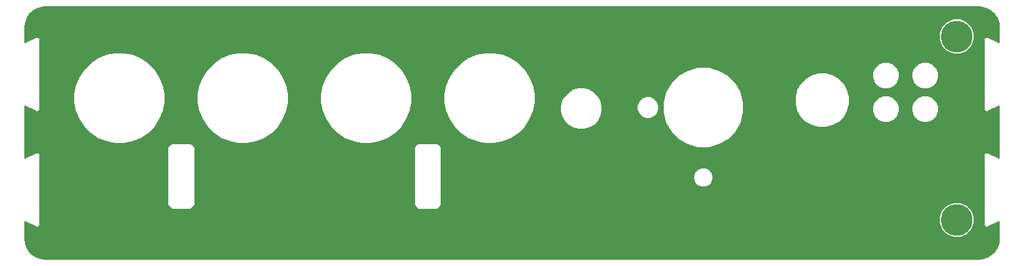
<source format=gbr>
G04 EAGLE Gerber RS-274X export*
G75*
%MOMM*%
%FSLAX34Y34*%
%LPD*%
%INBottom Copper*%
%IPPOS*%
%AMOC8*
5,1,8,0,0,1.08239X$1,22.5*%
G01*
%ADD10C,4.316000*%

G36*
X1300022Y2543D02*
X1300022Y2543D01*
X1300100Y2545D01*
X1304197Y2867D01*
X1304264Y2881D01*
X1304333Y2885D01*
X1304489Y2925D01*
X1312282Y5457D01*
X1312390Y5508D01*
X1312500Y5551D01*
X1312551Y5584D01*
X1312570Y5593D01*
X1312586Y5606D01*
X1312636Y5638D01*
X1319265Y10454D01*
X1319352Y10535D01*
X1319443Y10611D01*
X1319482Y10658D01*
X1319497Y10672D01*
X1319508Y10689D01*
X1319546Y10735D01*
X1324362Y17364D01*
X1324420Y17468D01*
X1324483Y17568D01*
X1324506Y17625D01*
X1324516Y17643D01*
X1324521Y17662D01*
X1324543Y17718D01*
X1327075Y25511D01*
X1327088Y25579D01*
X1327110Y25644D01*
X1327133Y25803D01*
X1327455Y29900D01*
X1327454Y29922D01*
X1327459Y30000D01*
X1327459Y53835D01*
X1327447Y53929D01*
X1327445Y54024D01*
X1327428Y54086D01*
X1327419Y54151D01*
X1327385Y54239D01*
X1327359Y54330D01*
X1327326Y54386D01*
X1327302Y54447D01*
X1327247Y54523D01*
X1327199Y54605D01*
X1327154Y54651D01*
X1327116Y54704D01*
X1327043Y54764D01*
X1326976Y54832D01*
X1326921Y54865D01*
X1326871Y54907D01*
X1326785Y54947D01*
X1326704Y54996D01*
X1326642Y55015D01*
X1326583Y55042D01*
X1326490Y55060D01*
X1326399Y55087D01*
X1326334Y55090D01*
X1326271Y55102D01*
X1326176Y55096D01*
X1326082Y55100D01*
X1326018Y55086D01*
X1325953Y55082D01*
X1325863Y55053D01*
X1325771Y55033D01*
X1325668Y54990D01*
X1325651Y54984D01*
X1325642Y54979D01*
X1325622Y54971D01*
X1311689Y48004D01*
X1311587Y47935D01*
X1311480Y47873D01*
X1311441Y47838D01*
X1311425Y47827D01*
X1311411Y47811D01*
X1311359Y47766D01*
X1311052Y47459D01*
X1310899Y47459D01*
X1310845Y47452D01*
X1310791Y47455D01*
X1310688Y47433D01*
X1310584Y47419D01*
X1310533Y47399D01*
X1310480Y47388D01*
X1310332Y47325D01*
X1310195Y47257D01*
X1309783Y47394D01*
X1309662Y47418D01*
X1309542Y47449D01*
X1309490Y47452D01*
X1309471Y47456D01*
X1309450Y47455D01*
X1309382Y47459D01*
X1308948Y47459D01*
X1308839Y47567D01*
X1308796Y47601D01*
X1308759Y47641D01*
X1308671Y47698D01*
X1308588Y47762D01*
X1308538Y47784D01*
X1308492Y47814D01*
X1308343Y47874D01*
X1308198Y47922D01*
X1308004Y48311D01*
X1307935Y48413D01*
X1307873Y48520D01*
X1307838Y48559D01*
X1307827Y48575D01*
X1307811Y48589D01*
X1307766Y48641D01*
X1307459Y48948D01*
X1307459Y49101D01*
X1307452Y49155D01*
X1307455Y49209D01*
X1307433Y49312D01*
X1307419Y49416D01*
X1307399Y49467D01*
X1307388Y49520D01*
X1307325Y49668D01*
X1307257Y49805D01*
X1307394Y50217D01*
X1307418Y50338D01*
X1307449Y50458D01*
X1307452Y50510D01*
X1307456Y50529D01*
X1307455Y50550D01*
X1307459Y50618D01*
X1307459Y144382D01*
X1307444Y144504D01*
X1307435Y144627D01*
X1307422Y144678D01*
X1307419Y144697D01*
X1307412Y144717D01*
X1307394Y144783D01*
X1307257Y145195D01*
X1307325Y145332D01*
X1307343Y145383D01*
X1307370Y145431D01*
X1307396Y145533D01*
X1307431Y145632D01*
X1307435Y145686D01*
X1307449Y145739D01*
X1307459Y145899D01*
X1307459Y146052D01*
X1307766Y146359D01*
X1307842Y146457D01*
X1307923Y146550D01*
X1307949Y146596D01*
X1307961Y146611D01*
X1307970Y146630D01*
X1308004Y146689D01*
X1308198Y147078D01*
X1308343Y147126D01*
X1308392Y147150D01*
X1308445Y147165D01*
X1308535Y147218D01*
X1308630Y147264D01*
X1308672Y147298D01*
X1308719Y147326D01*
X1308839Y147433D01*
X1308948Y147541D01*
X1309382Y147541D01*
X1309504Y147556D01*
X1309627Y147565D01*
X1309678Y147578D01*
X1309697Y147581D01*
X1309717Y147588D01*
X1309783Y147606D01*
X1310195Y147743D01*
X1310332Y147675D01*
X1310383Y147657D01*
X1310431Y147630D01*
X1310533Y147604D01*
X1310632Y147569D01*
X1310686Y147565D01*
X1310739Y147551D01*
X1310899Y147541D01*
X1311052Y147541D01*
X1311359Y147234D01*
X1311457Y147158D01*
X1311550Y147077D01*
X1311596Y147051D01*
X1311611Y147039D01*
X1311630Y147030D01*
X1311689Y146996D01*
X1325622Y140029D01*
X1325712Y139998D01*
X1325797Y139958D01*
X1325861Y139946D01*
X1325922Y139924D01*
X1326017Y139916D01*
X1326110Y139898D01*
X1326174Y139902D01*
X1326239Y139896D01*
X1326333Y139912D01*
X1326427Y139918D01*
X1326489Y139938D01*
X1326553Y139948D01*
X1326640Y139987D01*
X1326729Y140016D01*
X1326784Y140051D01*
X1326844Y140077D01*
X1326918Y140135D01*
X1326998Y140186D01*
X1327043Y140233D01*
X1327094Y140274D01*
X1327151Y140349D01*
X1327216Y140418D01*
X1327247Y140474D01*
X1327287Y140526D01*
X1327324Y140613D01*
X1327370Y140696D01*
X1327386Y140759D01*
X1327411Y140819D01*
X1327425Y140913D01*
X1327449Y141004D01*
X1327456Y141115D01*
X1327459Y141133D01*
X1327458Y141143D01*
X1327459Y141165D01*
X1327459Y211335D01*
X1327447Y211429D01*
X1327445Y211524D01*
X1327428Y211586D01*
X1327419Y211651D01*
X1327385Y211739D01*
X1327359Y211830D01*
X1327326Y211886D01*
X1327302Y211947D01*
X1327247Y212023D01*
X1327199Y212105D01*
X1327154Y212151D01*
X1327116Y212204D01*
X1327043Y212264D01*
X1326976Y212332D01*
X1326921Y212365D01*
X1326871Y212407D01*
X1326785Y212447D01*
X1326704Y212496D01*
X1326642Y212515D01*
X1326583Y212542D01*
X1326490Y212560D01*
X1326399Y212587D01*
X1326334Y212590D01*
X1326271Y212602D01*
X1326176Y212596D01*
X1326082Y212600D01*
X1326018Y212586D01*
X1325953Y212582D01*
X1325863Y212553D01*
X1325771Y212533D01*
X1325668Y212490D01*
X1325651Y212484D01*
X1325642Y212479D01*
X1325622Y212471D01*
X1311689Y205504D01*
X1311630Y205465D01*
X1311628Y205464D01*
X1311619Y205457D01*
X1311587Y205435D01*
X1311480Y205373D01*
X1311441Y205338D01*
X1311425Y205327D01*
X1311411Y205311D01*
X1311374Y205279D01*
X1311371Y205277D01*
X1311370Y205275D01*
X1311359Y205266D01*
X1311052Y204959D01*
X1310899Y204959D01*
X1310845Y204952D01*
X1310791Y204955D01*
X1310688Y204933D01*
X1310584Y204919D01*
X1310533Y204899D01*
X1310480Y204888D01*
X1310332Y204825D01*
X1310195Y204757D01*
X1309783Y204894D01*
X1309662Y204918D01*
X1309542Y204949D01*
X1309490Y204952D01*
X1309471Y204956D01*
X1309450Y204955D01*
X1309382Y204959D01*
X1308948Y204959D01*
X1308839Y205067D01*
X1308796Y205101D01*
X1308759Y205141D01*
X1308671Y205198D01*
X1308588Y205262D01*
X1308538Y205284D01*
X1308492Y205314D01*
X1308343Y205374D01*
X1308198Y205422D01*
X1308004Y205811D01*
X1307935Y205913D01*
X1307873Y206020D01*
X1307838Y206059D01*
X1307827Y206075D01*
X1307811Y206089D01*
X1307766Y206141D01*
X1307459Y206448D01*
X1307459Y206601D01*
X1307452Y206655D01*
X1307455Y206709D01*
X1307433Y206812D01*
X1307419Y206916D01*
X1307399Y206967D01*
X1307388Y207020D01*
X1307325Y207168D01*
X1307257Y207305D01*
X1307394Y207717D01*
X1307418Y207838D01*
X1307449Y207958D01*
X1307452Y208010D01*
X1307456Y208029D01*
X1307455Y208050D01*
X1307459Y208118D01*
X1307459Y301882D01*
X1307444Y302004D01*
X1307435Y302127D01*
X1307422Y302178D01*
X1307419Y302197D01*
X1307412Y302217D01*
X1307394Y302283D01*
X1307257Y302695D01*
X1307325Y302832D01*
X1307343Y302883D01*
X1307370Y302931D01*
X1307396Y303033D01*
X1307431Y303132D01*
X1307435Y303186D01*
X1307449Y303239D01*
X1307459Y303399D01*
X1307459Y303552D01*
X1307766Y303859D01*
X1307842Y303957D01*
X1307923Y304050D01*
X1307949Y304096D01*
X1307961Y304111D01*
X1307970Y304130D01*
X1308004Y304189D01*
X1308198Y304578D01*
X1308343Y304626D01*
X1308392Y304649D01*
X1308445Y304665D01*
X1308535Y304718D01*
X1308630Y304763D01*
X1308672Y304798D01*
X1308719Y304826D01*
X1308839Y304933D01*
X1308948Y305041D01*
X1309382Y305041D01*
X1309504Y305056D01*
X1309627Y305065D01*
X1309678Y305078D01*
X1309697Y305081D01*
X1309717Y305088D01*
X1309783Y305106D01*
X1310195Y305243D01*
X1310332Y305175D01*
X1310383Y305157D01*
X1310431Y305130D01*
X1310533Y305104D01*
X1310632Y305069D01*
X1310686Y305065D01*
X1310739Y305051D01*
X1310899Y305041D01*
X1311052Y305041D01*
X1311359Y304734D01*
X1311457Y304658D01*
X1311550Y304577D01*
X1311596Y304551D01*
X1311611Y304539D01*
X1311630Y304530D01*
X1311689Y304496D01*
X1325622Y297529D01*
X1325712Y297498D01*
X1325797Y297458D01*
X1325861Y297446D01*
X1325922Y297424D01*
X1326017Y297416D01*
X1326110Y297398D01*
X1326174Y297402D01*
X1326239Y297396D01*
X1326333Y297412D01*
X1326427Y297418D01*
X1326489Y297438D01*
X1326553Y297448D01*
X1326640Y297487D01*
X1326729Y297516D01*
X1326784Y297551D01*
X1326844Y297577D01*
X1326918Y297635D01*
X1326998Y297686D01*
X1327043Y297733D01*
X1327094Y297774D01*
X1327151Y297849D01*
X1327216Y297918D01*
X1327247Y297974D01*
X1327287Y298026D01*
X1327324Y298113D01*
X1327370Y298196D01*
X1327386Y298259D01*
X1327411Y298319D01*
X1327425Y298413D01*
X1327449Y298504D01*
X1327456Y298615D01*
X1327459Y298633D01*
X1327458Y298643D01*
X1327459Y298665D01*
X1327459Y320000D01*
X1327457Y320022D01*
X1327455Y320100D01*
X1327133Y324197D01*
X1327119Y324264D01*
X1327115Y324333D01*
X1327075Y324489D01*
X1324543Y332282D01*
X1324492Y332390D01*
X1324449Y332500D01*
X1324416Y332551D01*
X1324407Y332570D01*
X1324394Y332586D01*
X1324362Y332636D01*
X1319546Y339265D01*
X1319465Y339352D01*
X1319389Y339443D01*
X1319342Y339482D01*
X1319328Y339497D01*
X1319311Y339508D01*
X1319265Y339546D01*
X1312636Y344362D01*
X1312532Y344420D01*
X1312432Y344483D01*
X1312375Y344506D01*
X1312357Y344516D01*
X1312338Y344521D01*
X1312282Y344543D01*
X1304489Y347075D01*
X1304421Y347088D01*
X1304356Y347110D01*
X1304197Y347133D01*
X1300100Y347455D01*
X1300078Y347454D01*
X1300000Y347459D01*
X30000Y347459D01*
X29978Y347457D01*
X29900Y347455D01*
X25803Y347133D01*
X25736Y347119D01*
X25667Y347115D01*
X25511Y347075D01*
X17718Y344543D01*
X17610Y344492D01*
X17500Y344449D01*
X17449Y344416D01*
X17430Y344407D01*
X17414Y344394D01*
X17364Y344362D01*
X10735Y339546D01*
X10648Y339465D01*
X10557Y339389D01*
X10518Y339342D01*
X10503Y339328D01*
X10492Y339311D01*
X10454Y339265D01*
X5638Y332636D01*
X5580Y332532D01*
X5517Y332432D01*
X5494Y332375D01*
X5484Y332357D01*
X5479Y332338D01*
X5457Y332282D01*
X2925Y324489D01*
X2912Y324421D01*
X2890Y324356D01*
X2867Y324197D01*
X2545Y320100D01*
X2546Y320078D01*
X2541Y320000D01*
X2541Y298665D01*
X2553Y298571D01*
X2555Y298476D01*
X2572Y298414D01*
X2581Y298349D01*
X2615Y298261D01*
X2641Y298170D01*
X2674Y298114D01*
X2698Y298053D01*
X2753Y297977D01*
X2801Y297895D01*
X2846Y297849D01*
X2884Y297796D01*
X2957Y297736D01*
X3024Y297668D01*
X3079Y297635D01*
X3129Y297593D01*
X3215Y297553D01*
X3296Y297504D01*
X3358Y297485D01*
X3417Y297458D01*
X3510Y297440D01*
X3601Y297413D01*
X3666Y297410D01*
X3729Y297398D01*
X3824Y297404D01*
X3918Y297400D01*
X3982Y297414D01*
X4047Y297418D01*
X4137Y297447D01*
X4229Y297467D01*
X4332Y297510D01*
X4349Y297516D01*
X4358Y297521D01*
X4378Y297529D01*
X18311Y304496D01*
X18413Y304565D01*
X18520Y304627D01*
X18559Y304662D01*
X18575Y304673D01*
X18589Y304689D01*
X18641Y304734D01*
X18948Y305041D01*
X19101Y305041D01*
X19155Y305048D01*
X19209Y305045D01*
X19312Y305067D01*
X19416Y305081D01*
X19467Y305101D01*
X19520Y305112D01*
X19668Y305175D01*
X19805Y305243D01*
X20217Y305106D01*
X20338Y305082D01*
X20458Y305051D01*
X20510Y305048D01*
X20529Y305044D01*
X20550Y305045D01*
X20618Y305041D01*
X21052Y305041D01*
X21161Y304933D01*
X21204Y304899D01*
X21241Y304859D01*
X21329Y304802D01*
X21412Y304738D01*
X21462Y304716D01*
X21508Y304686D01*
X21657Y304626D01*
X21802Y304578D01*
X21996Y304189D01*
X22065Y304087D01*
X22127Y303980D01*
X22162Y303941D01*
X22173Y303925D01*
X22189Y303911D01*
X22234Y303859D01*
X22541Y303552D01*
X22541Y303399D01*
X22548Y303345D01*
X22545Y303291D01*
X22567Y303188D01*
X22581Y303084D01*
X22601Y303033D01*
X22612Y302980D01*
X22675Y302832D01*
X22743Y302695D01*
X22606Y302283D01*
X22582Y302162D01*
X22551Y302042D01*
X22548Y301990D01*
X22544Y301971D01*
X22545Y301950D01*
X22541Y301882D01*
X22541Y208118D01*
X22556Y207996D01*
X22565Y207873D01*
X22578Y207822D01*
X22581Y207803D01*
X22588Y207783D01*
X22606Y207717D01*
X22743Y207305D01*
X22675Y207168D01*
X22657Y207117D01*
X22630Y207069D01*
X22604Y206967D01*
X22569Y206868D01*
X22565Y206814D01*
X22551Y206761D01*
X22541Y206601D01*
X22541Y206448D01*
X22234Y206141D01*
X22158Y206043D01*
X22077Y205950D01*
X22051Y205904D01*
X22039Y205889D01*
X22030Y205870D01*
X21996Y205811D01*
X21802Y205422D01*
X21657Y205374D01*
X21608Y205351D01*
X21555Y205335D01*
X21465Y205282D01*
X21370Y205237D01*
X21328Y205202D01*
X21281Y205174D01*
X21161Y205067D01*
X21052Y204959D01*
X20618Y204959D01*
X20496Y204944D01*
X20373Y204935D01*
X20322Y204922D01*
X20303Y204919D01*
X20283Y204912D01*
X20217Y204894D01*
X19805Y204757D01*
X19668Y204825D01*
X19617Y204843D01*
X19569Y204870D01*
X19467Y204896D01*
X19368Y204931D01*
X19314Y204935D01*
X19261Y204949D01*
X19101Y204959D01*
X18948Y204959D01*
X18641Y205266D01*
X18556Y205332D01*
X18507Y205378D01*
X18493Y205386D01*
X18450Y205423D01*
X18404Y205449D01*
X18389Y205461D01*
X18370Y205470D01*
X18311Y205504D01*
X4378Y212471D01*
X4288Y212502D01*
X4203Y212542D01*
X4139Y212554D01*
X4078Y212576D01*
X3983Y212584D01*
X3890Y212602D01*
X3826Y212598D01*
X3761Y212604D01*
X3667Y212588D01*
X3573Y212582D01*
X3511Y212562D01*
X3447Y212552D01*
X3360Y212513D01*
X3271Y212484D01*
X3216Y212449D01*
X3156Y212423D01*
X3082Y212365D01*
X3002Y212314D01*
X2957Y212267D01*
X2906Y212226D01*
X2849Y212151D01*
X2784Y212082D01*
X2753Y212026D01*
X2713Y211974D01*
X2676Y211886D01*
X2630Y211804D01*
X2614Y211741D01*
X2589Y211681D01*
X2575Y211587D01*
X2551Y211496D01*
X2544Y211385D01*
X2541Y211367D01*
X2542Y211357D01*
X2541Y211335D01*
X2541Y141165D01*
X2553Y141071D01*
X2555Y140976D01*
X2572Y140914D01*
X2581Y140849D01*
X2615Y140761D01*
X2641Y140670D01*
X2674Y140614D01*
X2698Y140553D01*
X2753Y140477D01*
X2801Y140395D01*
X2846Y140349D01*
X2884Y140296D01*
X2957Y140236D01*
X3024Y140168D01*
X3079Y140135D01*
X3129Y140093D01*
X3215Y140053D01*
X3296Y140004D01*
X3358Y139985D01*
X3417Y139958D01*
X3510Y139940D01*
X3601Y139913D01*
X3666Y139910D01*
X3729Y139898D01*
X3824Y139904D01*
X3918Y139900D01*
X3982Y139914D01*
X4047Y139918D01*
X4137Y139947D01*
X4229Y139967D01*
X4332Y140010D01*
X4349Y140016D01*
X4358Y140021D01*
X4378Y140029D01*
X18311Y146996D01*
X18413Y147065D01*
X18520Y147127D01*
X18559Y147162D01*
X18575Y147173D01*
X18589Y147189D01*
X18641Y147234D01*
X18948Y147541D01*
X19101Y147541D01*
X19155Y147548D01*
X19209Y147545D01*
X19312Y147567D01*
X19416Y147581D01*
X19467Y147601D01*
X19520Y147612D01*
X19668Y147675D01*
X19805Y147743D01*
X20217Y147606D01*
X20338Y147582D01*
X20458Y147551D01*
X20510Y147548D01*
X20529Y147544D01*
X20550Y147545D01*
X20618Y147541D01*
X21052Y147541D01*
X21161Y147433D01*
X21204Y147399D01*
X21241Y147359D01*
X21329Y147302D01*
X21412Y147238D01*
X21462Y147216D01*
X21508Y147186D01*
X21657Y147126D01*
X21802Y147078D01*
X21996Y146689D01*
X22065Y146587D01*
X22127Y146480D01*
X22162Y146441D01*
X22173Y146425D01*
X22189Y146411D01*
X22234Y146359D01*
X22541Y146052D01*
X22541Y145899D01*
X22548Y145845D01*
X22545Y145791D01*
X22567Y145688D01*
X22581Y145584D01*
X22601Y145533D01*
X22612Y145480D01*
X22675Y145332D01*
X22743Y145195D01*
X22606Y144783D01*
X22582Y144662D01*
X22551Y144542D01*
X22548Y144490D01*
X22544Y144471D01*
X22545Y144450D01*
X22541Y144382D01*
X22541Y50618D01*
X22556Y50496D01*
X22565Y50373D01*
X22578Y50322D01*
X22581Y50303D01*
X22588Y50283D01*
X22606Y50217D01*
X22743Y49805D01*
X22675Y49668D01*
X22657Y49617D01*
X22630Y49569D01*
X22604Y49468D01*
X22569Y49368D01*
X22565Y49314D01*
X22551Y49261D01*
X22541Y49101D01*
X22541Y48948D01*
X22234Y48641D01*
X22158Y48543D01*
X22077Y48450D01*
X22050Y48404D01*
X22039Y48389D01*
X22030Y48370D01*
X21996Y48311D01*
X21802Y47922D01*
X21657Y47874D01*
X21608Y47851D01*
X21555Y47835D01*
X21465Y47782D01*
X21370Y47737D01*
X21328Y47702D01*
X21281Y47674D01*
X21161Y47567D01*
X21052Y47459D01*
X20618Y47459D01*
X20496Y47444D01*
X20373Y47435D01*
X20322Y47422D01*
X20303Y47419D01*
X20283Y47412D01*
X20217Y47394D01*
X19805Y47257D01*
X19668Y47325D01*
X19617Y47343D01*
X19569Y47370D01*
X19468Y47396D01*
X19368Y47431D01*
X19314Y47435D01*
X19261Y47449D01*
X19101Y47459D01*
X18948Y47459D01*
X18641Y47766D01*
X18543Y47842D01*
X18450Y47923D01*
X18404Y47949D01*
X18389Y47961D01*
X18370Y47970D01*
X18311Y48004D01*
X4378Y54971D01*
X4288Y55002D01*
X4203Y55042D01*
X4139Y55054D01*
X4078Y55076D01*
X3983Y55084D01*
X3890Y55102D01*
X3826Y55098D01*
X3761Y55104D01*
X3667Y55088D01*
X3573Y55082D01*
X3511Y55062D01*
X3447Y55052D01*
X3360Y55013D01*
X3271Y54984D01*
X3216Y54949D01*
X3156Y54923D01*
X3082Y54865D01*
X3002Y54814D01*
X2957Y54767D01*
X2906Y54726D01*
X2849Y54651D01*
X2784Y54582D01*
X2753Y54526D01*
X2713Y54474D01*
X2676Y54387D01*
X2630Y54304D01*
X2614Y54241D01*
X2589Y54181D01*
X2575Y54087D01*
X2551Y53996D01*
X2544Y53885D01*
X2541Y53867D01*
X2542Y53857D01*
X2541Y53835D01*
X2541Y30000D01*
X2543Y29978D01*
X2545Y29900D01*
X2867Y25803D01*
X2881Y25736D01*
X2885Y25667D01*
X2925Y25511D01*
X5457Y17718D01*
X5508Y17610D01*
X5551Y17500D01*
X5584Y17449D01*
X5593Y17430D01*
X5606Y17414D01*
X5638Y17364D01*
X10454Y10735D01*
X10535Y10648D01*
X10611Y10557D01*
X10658Y10518D01*
X10672Y10503D01*
X10689Y10492D01*
X10735Y10454D01*
X10810Y10399D01*
X17364Y5638D01*
X17468Y5580D01*
X17568Y5517D01*
X17625Y5494D01*
X17643Y5484D01*
X17662Y5479D01*
X17718Y5457D01*
X25511Y2925D01*
X25579Y2912D01*
X25644Y2890D01*
X25803Y2867D01*
X29900Y2545D01*
X29922Y2546D01*
X30000Y2541D01*
X1300000Y2541D01*
X1300022Y2543D01*
G37*
%LPC*%
G36*
X628508Y161759D02*
X628508Y161759D01*
X616715Y164105D01*
X605606Y168706D01*
X595609Y175387D01*
X587107Y183889D01*
X580426Y193886D01*
X575825Y204995D01*
X573479Y216788D01*
X573479Y228812D01*
X575825Y240605D01*
X580426Y251714D01*
X587107Y261711D01*
X595609Y270213D01*
X605606Y276894D01*
X616715Y281495D01*
X628508Y283841D01*
X640532Y283841D01*
X652325Y281495D01*
X663434Y276894D01*
X673431Y270213D01*
X681933Y261711D01*
X688614Y251714D01*
X693215Y240605D01*
X695561Y228812D01*
X695561Y216788D01*
X693215Y204995D01*
X688614Y193886D01*
X681933Y183889D01*
X673431Y175387D01*
X663434Y168706D01*
X652325Y164105D01*
X640532Y161759D01*
X628508Y161759D01*
G37*
%LPD*%
%LPC*%
G36*
X460868Y161759D02*
X460868Y161759D01*
X449075Y164105D01*
X437966Y168706D01*
X427969Y175387D01*
X419467Y183889D01*
X412786Y193886D01*
X408185Y204995D01*
X405839Y216788D01*
X405839Y228812D01*
X408185Y240605D01*
X412786Y251714D01*
X419467Y261711D01*
X427969Y270213D01*
X437966Y276894D01*
X449075Y281495D01*
X460868Y283841D01*
X472892Y283841D01*
X484685Y281495D01*
X495794Y276894D01*
X505791Y270213D01*
X514293Y261711D01*
X520974Y251714D01*
X525575Y240605D01*
X527921Y228812D01*
X527921Y216788D01*
X525575Y204995D01*
X520974Y193886D01*
X514293Y183889D01*
X505791Y175387D01*
X495794Y168706D01*
X484685Y164105D01*
X472892Y161759D01*
X460868Y161759D01*
G37*
%LPD*%
%LPC*%
G36*
X293228Y161759D02*
X293228Y161759D01*
X281435Y164105D01*
X270326Y168706D01*
X260329Y175387D01*
X251827Y183889D01*
X245146Y193886D01*
X240545Y204995D01*
X238199Y216788D01*
X238199Y228812D01*
X240545Y240605D01*
X245146Y251714D01*
X251827Y261711D01*
X260329Y270213D01*
X270326Y276894D01*
X281435Y281495D01*
X293228Y283841D01*
X305252Y283841D01*
X317045Y281495D01*
X328154Y276894D01*
X338151Y270213D01*
X346653Y261711D01*
X353334Y251714D01*
X357935Y240605D01*
X360281Y228812D01*
X360281Y216788D01*
X357935Y204995D01*
X353334Y193886D01*
X346653Y183889D01*
X338151Y175387D01*
X328154Y168706D01*
X317045Y164105D01*
X305252Y161759D01*
X293228Y161759D01*
G37*
%LPD*%
%LPC*%
G36*
X125588Y161759D02*
X125588Y161759D01*
X113795Y164105D01*
X102686Y168706D01*
X92689Y175387D01*
X84187Y183889D01*
X77506Y193886D01*
X72905Y204995D01*
X70559Y216788D01*
X70559Y228812D01*
X72905Y240605D01*
X77506Y251714D01*
X84187Y261711D01*
X92689Y270213D01*
X102686Y276894D01*
X113795Y281495D01*
X125588Y283841D01*
X137612Y283841D01*
X149405Y281495D01*
X160514Y276894D01*
X170511Y270213D01*
X179013Y261711D01*
X185694Y251714D01*
X190295Y240605D01*
X192641Y228812D01*
X192641Y216788D01*
X190295Y204995D01*
X185694Y193886D01*
X179013Y183889D01*
X170511Y175387D01*
X160514Y168706D01*
X149405Y164105D01*
X137612Y161759D01*
X125588Y161759D01*
G37*
%LPD*%
%LPC*%
G36*
X917905Y155759D02*
X917905Y155759D01*
X904161Y159442D01*
X891838Y166557D01*
X881777Y176618D01*
X874662Y188941D01*
X870979Y202685D01*
X870979Y216915D01*
X874662Y230659D01*
X881777Y242982D01*
X891838Y253043D01*
X904161Y260158D01*
X917905Y263841D01*
X932135Y263841D01*
X945879Y260158D01*
X958202Y253043D01*
X968263Y242982D01*
X975378Y230659D01*
X979061Y216915D01*
X979061Y202685D01*
X975378Y188941D01*
X968263Y176618D01*
X958202Y166557D01*
X945879Y159442D01*
X932135Y155759D01*
X917905Y155759D01*
G37*
%LPD*%
%LPC*%
G36*
X1081722Y183509D02*
X1081722Y183509D01*
X1072492Y185982D01*
X1064217Y190760D01*
X1057460Y197517D01*
X1052682Y205792D01*
X1050209Y215022D01*
X1050209Y224578D01*
X1052682Y233808D01*
X1057460Y242083D01*
X1064217Y248840D01*
X1072492Y253618D01*
X1081722Y256091D01*
X1091278Y256091D01*
X1100508Y253618D01*
X1108783Y248840D01*
X1115540Y242083D01*
X1120318Y233808D01*
X1122791Y224578D01*
X1122791Y215022D01*
X1120318Y205792D01*
X1115540Y197517D01*
X1108783Y190760D01*
X1100508Y185982D01*
X1091278Y183509D01*
X1081722Y183509D01*
G37*
%LPD*%
%LPC*%
G36*
X538679Y71959D02*
X538679Y71959D01*
X535180Y73980D01*
X533159Y77479D01*
X533159Y154521D01*
X535180Y158020D01*
X538679Y160041D01*
X562721Y160041D01*
X566220Y158020D01*
X568241Y154521D01*
X568241Y77479D01*
X566220Y73980D01*
X562721Y71959D01*
X538679Y71959D01*
G37*
%LPD*%
%LPC*%
G36*
X203679Y71959D02*
X203679Y71959D01*
X200180Y73980D01*
X198159Y77479D01*
X198159Y154521D01*
X200180Y158020D01*
X203679Y160041D01*
X227721Y160041D01*
X231220Y158020D01*
X233241Y154521D01*
X233241Y77479D01*
X231220Y73980D01*
X227721Y71959D01*
X203679Y71959D01*
G37*
%LPD*%
%LPC*%
G36*
X755374Y180759D02*
X755374Y180759D01*
X748370Y182636D01*
X742090Y186262D01*
X736962Y191390D01*
X733336Y197670D01*
X731459Y204674D01*
X731459Y211926D01*
X733336Y218930D01*
X736962Y225210D01*
X742090Y230338D01*
X748370Y233964D01*
X755374Y235841D01*
X762626Y235841D01*
X769630Y233964D01*
X775910Y230338D01*
X781038Y225210D01*
X784664Y218930D01*
X786541Y211926D01*
X786541Y204674D01*
X784664Y197670D01*
X781038Y191390D01*
X775910Y186262D01*
X769630Y182636D01*
X762626Y180759D01*
X755374Y180759D01*
G37*
%LPD*%
%LPC*%
G36*
X1264614Y283495D02*
X1264614Y283495D01*
X1256122Y287013D01*
X1249623Y293512D01*
X1246105Y302004D01*
X1246105Y311196D01*
X1249623Y319688D01*
X1256122Y326187D01*
X1264614Y329705D01*
X1273806Y329705D01*
X1282298Y326187D01*
X1288797Y319688D01*
X1292315Y311196D01*
X1292315Y302004D01*
X1288797Y293512D01*
X1282298Y287013D01*
X1273806Y283495D01*
X1264614Y283495D01*
G37*
%LPD*%
%LPC*%
G36*
X1264614Y33595D02*
X1264614Y33595D01*
X1256122Y37113D01*
X1249623Y43612D01*
X1246105Y52104D01*
X1246105Y61296D01*
X1249623Y69788D01*
X1256122Y76287D01*
X1264614Y79805D01*
X1273806Y79805D01*
X1282298Y76287D01*
X1288797Y69788D01*
X1292315Y61296D01*
X1292315Y52104D01*
X1288797Y43612D01*
X1282298Y37113D01*
X1273806Y33595D01*
X1264614Y33595D01*
G37*
%LPD*%
%LPC*%
G36*
X1222851Y236059D02*
X1222851Y236059D01*
X1216404Y238730D01*
X1211470Y243664D01*
X1208799Y250111D01*
X1208799Y257089D01*
X1211470Y263536D01*
X1216404Y268470D01*
X1222851Y271141D01*
X1229829Y271141D01*
X1236276Y268470D01*
X1241210Y263536D01*
X1243881Y257089D01*
X1243881Y250111D01*
X1241210Y243664D01*
X1236276Y238730D01*
X1229829Y236059D01*
X1222851Y236059D01*
G37*
%LPD*%
%LPC*%
G36*
X1169511Y236059D02*
X1169511Y236059D01*
X1163064Y238730D01*
X1158130Y243664D01*
X1155459Y250111D01*
X1155459Y257089D01*
X1158130Y263536D01*
X1163064Y268470D01*
X1169511Y271141D01*
X1176489Y271141D01*
X1182936Y268470D01*
X1187870Y263536D01*
X1190541Y257089D01*
X1190541Y250111D01*
X1187870Y243664D01*
X1182936Y238730D01*
X1176489Y236059D01*
X1169511Y236059D01*
G37*
%LPD*%
%LPC*%
G36*
X1222851Y190359D02*
X1222851Y190359D01*
X1216404Y193030D01*
X1211470Y197964D01*
X1208799Y204411D01*
X1208799Y211389D01*
X1211470Y217836D01*
X1216404Y222770D01*
X1222851Y225441D01*
X1229829Y225441D01*
X1236276Y222770D01*
X1241210Y217836D01*
X1243881Y211389D01*
X1243881Y204411D01*
X1241210Y197964D01*
X1236276Y193030D01*
X1229829Y190359D01*
X1222851Y190359D01*
G37*
%LPD*%
%LPC*%
G36*
X1169511Y190359D02*
X1169511Y190359D01*
X1163064Y193030D01*
X1158130Y197964D01*
X1155459Y204411D01*
X1155459Y211389D01*
X1158130Y217836D01*
X1163064Y222770D01*
X1169511Y225441D01*
X1176489Y225441D01*
X1182936Y222770D01*
X1187870Y217836D01*
X1190541Y211389D01*
X1190541Y204411D01*
X1187870Y197964D01*
X1182936Y193030D01*
X1176489Y190359D01*
X1169511Y190359D01*
G37*
%LPD*%
%LPC*%
G36*
X846997Y195709D02*
X846997Y195709D01*
X841818Y197854D01*
X837854Y201818D01*
X835709Y206997D01*
X835709Y212603D01*
X837854Y217782D01*
X841818Y221746D01*
X846997Y223891D01*
X852603Y223891D01*
X857782Y221746D01*
X861746Y217782D01*
X863891Y212603D01*
X863891Y206997D01*
X861746Y201818D01*
X857782Y197854D01*
X852603Y195709D01*
X846997Y195709D01*
G37*
%LPD*%
%LPC*%
G36*
X922545Y102059D02*
X922545Y102059D01*
X917973Y103953D01*
X914473Y107453D01*
X912579Y112025D01*
X912579Y116975D01*
X914473Y121547D01*
X917973Y125047D01*
X922545Y126941D01*
X927495Y126941D01*
X932067Y125047D01*
X935567Y121547D01*
X937461Y116975D01*
X937461Y112025D01*
X935567Y107453D01*
X932067Y103953D01*
X927495Y102059D01*
X922545Y102059D01*
G37*
%LPD*%
D10*
X1269210Y306600D03*
X1269210Y56700D03*
X59210Y306600D03*
X59210Y56700D03*
M02*

</source>
